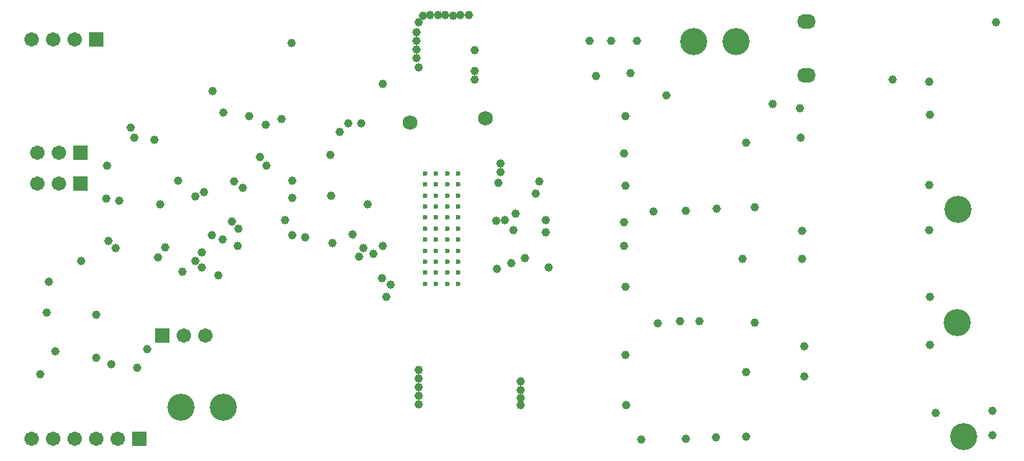
<source format=gbs>
%FSTAX23Y23*%
%MOIN*%
%SFA1B1*%

%IPPOS*%
%ADD54C,0.023620*%
%ADD88R,0.067060X0.067060*%
%ADD89C,0.067060*%
%ADD90C,0.126110*%
%ADD91O,0.086740X0.067060*%
%ADD92C,0.068000*%
%ADD93C,0.039500*%
%LNpcbbldcdriver-1*%
%LPD*%
G54D54*
X03645Y03039D03*
Y03192D03*
Y03141D03*
Y0309D03*
Y02988D03*
Y02936D03*
Y02885D03*
Y02834D03*
Y02783D03*
Y02732D03*
Y0268D03*
X03594Y03192D03*
Y03141D03*
Y0309D03*
Y03039D03*
Y02988D03*
Y02936D03*
Y02885D03*
Y02834D03*
Y02783D03*
Y02732D03*
Y0268D03*
X03543Y03192D03*
Y03141D03*
Y0309D03*
Y03039D03*
Y02988D03*
Y02936D03*
Y02885D03*
Y02834D03*
Y02783D03*
Y02732D03*
Y0268D03*
X03492Y03192D03*
Y03141D03*
Y0309D03*
Y03039D03*
Y02988D03*
Y02936D03*
Y02885D03*
Y02834D03*
Y02783D03*
Y02732D03*
Y0268D03*
G54D88*
X01965Y03815D03*
X02165Y0196D03*
X0227Y0244D03*
X0189Y0329D03*
Y03145D03*
G54D89*
X01865Y03815D03*
X01765D03*
X01665D03*
Y0196D03*
X01765D03*
X01865D03*
X01965D03*
X02065D03*
X0247Y0244D03*
X0237D03*
X0179Y0329D03*
X0169D03*
X0179Y03145D03*
X0169D03*
G54D90*
X04738Y03805D03*
X04935D03*
X02555Y02105D03*
X02358D03*
X0599Y0197D03*
X0596Y025D03*
X05965Y03025D03*
G54D91*
X0526Y03648D03*
Y039D03*
G54D92*
X0342Y0343D03*
X0377Y0345D03*
G54D93*
X0524Y02795D03*
X0502Y025D03*
X05105Y03515D03*
X04845Y0303D03*
X0502Y03035D03*
X0614Y03895D03*
X0566Y0363D03*
X0583Y0362D03*
X05835Y03465D03*
X0583Y0314D03*
Y0293D03*
X05835Y0262D03*
Y02395D03*
X06125Y01975D03*
Y0209D03*
X0525Y0225D03*
Y0239D03*
X0524Y02925D03*
X05235Y0336D03*
X0523Y03495D03*
X04475Y0381D03*
X04355D03*
X04255D03*
X04285Y03645D03*
X04445Y0366D03*
X0442Y0346D03*
X04415Y03285D03*
X0442Y03135D03*
X04415Y02965D03*
Y02855D03*
X0442Y02665D03*
Y0235D03*
X04425Y02115D03*
X04495Y01955D03*
X047Y0196D03*
X0484Y01965D03*
X0498Y0197D03*
X02875Y0316D03*
X02505Y03575D03*
X0346Y03685D03*
X03055Y0309D03*
X0201Y03075D03*
X0287Y038D03*
X03295Y0361D03*
X02605Y03155D03*
X02235Y0335D03*
X0226Y0305D03*
X0207Y03065D03*
X0225Y02803D03*
X01735Y02545D03*
X0331Y0262D03*
X02285Y0285D03*
X01775Y02365D03*
X01705Y0226D03*
X01895Y02785D03*
X01965Y02535D03*
X02155Y0229D03*
X01965Y02335D03*
X0305Y0328D03*
X02875Y0308D03*
X03195Y03425D03*
X04765Y02505D03*
X04065Y02755D03*
X0345Y0373D03*
Y0377D03*
Y0381D03*
Y0385D03*
X0346Y03895D03*
X0348Y03925D03*
X03515Y0393D03*
X0355D03*
X03585D03*
X0362Y03925D03*
X03655Y0393D03*
X03695D03*
X0402Y03155D03*
X0383Y0315D03*
X0386Y02975D03*
X039Y0293D03*
X0389Y02775D03*
X0391Y03005D03*
X03824Y0275D03*
X03821Y02973D03*
X0384Y032D03*
X03935Y02115D03*
Y0215D03*
Y02185D03*
Y02225D03*
X0346Y0212D03*
X0384Y0324D03*
X04005Y031D03*
X022Y02375D03*
X0586Y0208D03*
X0346Y0228D03*
Y0224D03*
Y022D03*
Y0216D03*
X0372Y0367D03*
Y0363D03*
Y03765D03*
X04675Y02505D03*
X0405Y02975D03*
X047Y0302D03*
X0405Y0292D03*
X03955Y028D03*
X0498Y0227D03*
X0457Y02495D03*
X0461Y03555D03*
X0455Y03015D03*
X04965Y02795D03*
X0498Y03335D03*
X03135Y03425D03*
X0284Y02975D03*
X03095Y03385D03*
X02875Y02905D03*
X0306Y0287D03*
X02935Y02895D03*
X01745Y0269D03*
X02555Y03475D03*
X02825Y03445D03*
X02725Y0327D03*
X02755Y0323D03*
X02645Y03125D03*
X02675Y0346D03*
X0275Y0342D03*
X0329Y02705D03*
X0253Y0272D03*
X02455Y02755D03*
X02365Y02735D03*
X02345Y0316D03*
X03205Y02845D03*
X02465Y03105D03*
X03295Y02855D03*
X0325Y0282D03*
X03185Y02805D03*
X0333Y02675D03*
X03155Y0291D03*
X02425Y03085D03*
X02125Y03405D03*
X0255Y02885D03*
X025Y02905D03*
X03225Y0305D03*
X02425Y02785D03*
X02455Y02825D03*
X02035Y02305D03*
X02595Y0297D03*
X02625Y02935D03*
X02055Y02845D03*
X0202Y0288D03*
X0262Y02855D03*
X0214Y0336D03*
X02015Y0323D03*
M02*
</source>
